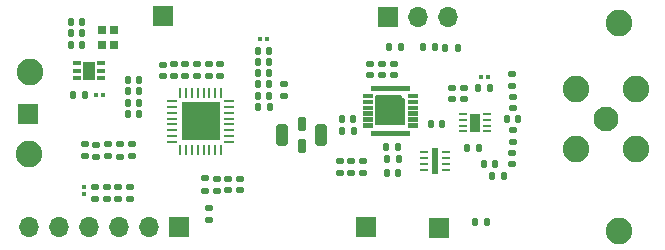
<source format=gbr>
%TF.GenerationSoftware,KiCad,Pcbnew,(7.0.0)*%
%TF.CreationDate,2023-03-06T00:02:43-06:00*%
%TF.ProjectId,RF Signal Source,52462053-6967-46e6-916c-20536f757263,rev?*%
%TF.SameCoordinates,Original*%
%TF.FileFunction,Soldermask,Top*%
%TF.FilePolarity,Negative*%
%FSLAX46Y46*%
G04 Gerber Fmt 4.6, Leading zero omitted, Abs format (unit mm)*
G04 Created by KiCad (PCBNEW (7.0.0)) date 2023-03-06 00:02:43*
%MOMM*%
%LPD*%
G01*
G04 APERTURE LIST*
G04 Aperture macros list*
%AMRoundRect*
0 Rectangle with rounded corners*
0 $1 Rounding radius*
0 $2 $3 $4 $5 $6 $7 $8 $9 X,Y pos of 4 corners*
0 Add a 4 corners polygon primitive as box body*
4,1,4,$2,$3,$4,$5,$6,$7,$8,$9,$2,$3,0*
0 Add four circle primitives for the rounded corners*
1,1,$1+$1,$2,$3*
1,1,$1+$1,$4,$5*
1,1,$1+$1,$6,$7*
1,1,$1+$1,$8,$9*
0 Add four rect primitives between the rounded corners*
20,1,$1+$1,$2,$3,$4,$5,0*
20,1,$1+$1,$4,$5,$6,$7,0*
20,1,$1+$1,$6,$7,$8,$9,0*
20,1,$1+$1,$8,$9,$2,$3,0*%
G04 Aperture macros list end*
%ADD10C,0.010000*%
%ADD11C,0.203200*%
%ADD12C,2.250000*%
%ADD13R,3.300000X3.300000*%
%ADD14RoundRect,0.062500X0.375000X-0.062500X0.375000X0.062500X-0.375000X0.062500X-0.375000X-0.062500X0*%
%ADD15RoundRect,0.062500X0.062500X-0.375000X0.062500X0.375000X-0.062500X0.375000X-0.062500X-0.375000X0*%
%ADD16R,1.700000X1.700000*%
%ADD17O,1.700000X1.700000*%
%ADD18R,0.380000X0.400000*%
%ADD19RoundRect,0.152500X-0.152500X-0.470000X0.152500X-0.470000X0.152500X0.470000X-0.152500X0.470000X0*%
%ADD20C,0.610000*%
%ADD21RoundRect,0.249600X-0.270400X-0.650400X0.270400X-0.650400X0.270400X0.650400X-0.270400X0.650400X0*%
%ADD22RoundRect,0.135000X-0.185000X0.135000X-0.185000X-0.135000X0.185000X-0.135000X0.185000X0.135000X0*%
%ADD23RoundRect,0.012800X-0.332200X-0.147200X0.332200X-0.147200X0.332200X0.147200X-0.332200X0.147200X0*%
%ADD24R,1.000000X1.600000*%
%ADD25RoundRect,0.140000X-0.140000X-0.170000X0.140000X-0.170000X0.140000X0.170000X-0.140000X0.170000X0*%
%ADD26RoundRect,0.140000X0.140000X0.170000X-0.140000X0.170000X-0.140000X-0.170000X0.140000X-0.170000X0*%
%ADD27RoundRect,0.140000X-0.170000X0.140000X-0.170000X-0.140000X0.170000X-0.140000X0.170000X0.140000X0*%
%ADD28RoundRect,0.062500X-0.287500X-0.062500X0.287500X-0.062500X0.287500X0.062500X-0.287500X0.062500X0*%
%ADD29R,0.900000X1.500000*%
%ADD30RoundRect,0.135000X0.185000X-0.135000X0.185000X0.135000X-0.185000X0.135000X-0.185000X-0.135000X0*%
%ADD31RoundRect,0.135000X0.135000X0.185000X-0.135000X0.185000X-0.135000X-0.185000X0.135000X-0.185000X0*%
%ADD32RoundRect,0.140000X0.170000X-0.140000X0.170000X0.140000X-0.170000X0.140000X-0.170000X-0.140000X0*%
%ADD33RoundRect,0.135000X-0.135000X-0.185000X0.135000X-0.185000X0.135000X0.185000X-0.135000X0.185000X0*%
%ADD34R,0.650000X0.750000*%
%ADD35C,2.100000*%
%ADD36R,0.400000X0.380000*%
%ADD37RoundRect,0.147500X-0.172500X0.147500X-0.172500X-0.147500X0.172500X-0.147500X0.172500X0.147500X0*%
%ADD38R,0.610000X2.200000*%
%ADD39R,0.700000X0.250000*%
G04 APERTURE END LIST*
%TO.C,IC1*%
G36*
X178258025Y-86130424D02*
G01*
X177503575Y-86130424D01*
X177503575Y-85832574D01*
X178258025Y-85832574D01*
X178258025Y-86130424D01*
G37*
D10*
X178258025Y-86130424D02*
X177503575Y-86130424D01*
X177503575Y-85832574D01*
X178258025Y-85832574D01*
X178258025Y-86130424D01*
G36*
X178258025Y-87132411D02*
G01*
X177504305Y-87132411D01*
X177504305Y-86832574D01*
X178258025Y-86832574D01*
X178258025Y-87132411D01*
G37*
X178258025Y-87132411D02*
X177504305Y-87132411D01*
X177504305Y-86832574D01*
X178258025Y-86832574D01*
X178258025Y-87132411D01*
G36*
X178258025Y-86631620D02*
G01*
X177504405Y-86631620D01*
X177504405Y-86332574D01*
X178258025Y-86332574D01*
X178258025Y-86631620D01*
G37*
X178258025Y-86631620D02*
X177504405Y-86631620D01*
X177504405Y-86332574D01*
X178258025Y-86332574D01*
X178258025Y-86631620D01*
G36*
X178258025Y-88634544D02*
G01*
X177504825Y-88634544D01*
X177504825Y-88332574D01*
X178258025Y-88332574D01*
X178258025Y-88634544D01*
G37*
X178258025Y-88634544D02*
X177504825Y-88634544D01*
X177504825Y-88332574D01*
X178258025Y-88332574D01*
X178258025Y-88634544D01*
G36*
X178258025Y-87633017D02*
G01*
X177505505Y-87633017D01*
X177505505Y-87332574D01*
X178258025Y-87332574D01*
X178258025Y-87633017D01*
G37*
X178258025Y-87633017D02*
X177505505Y-87633017D01*
X177505505Y-87332574D01*
X178258025Y-87332574D01*
X178258025Y-87633017D01*
G36*
X178258025Y-88133148D02*
G01*
X177506575Y-88133148D01*
X177506575Y-87832574D01*
X178258025Y-87832574D01*
X178258025Y-88133148D01*
G37*
X178258025Y-88133148D02*
X177506575Y-88133148D01*
X177506575Y-87832574D01*
X178258025Y-87832574D01*
X178258025Y-88133148D01*
G36*
X178908025Y-85479954D02*
G01*
X178155595Y-85479954D01*
X178155595Y-85182574D01*
X178908025Y-85182574D01*
X178908025Y-85479954D01*
G37*
X178908025Y-85479954D02*
X178155595Y-85479954D01*
X178155595Y-85182574D01*
X178908025Y-85182574D01*
X178908025Y-85479954D01*
G36*
X178908025Y-89285174D02*
G01*
X178155965Y-89285174D01*
X178155965Y-88982574D01*
X178908025Y-88982574D01*
X178908025Y-89285174D01*
G37*
X178908025Y-89285174D02*
X178155965Y-89285174D01*
X178155965Y-88982574D01*
X178908025Y-88982574D01*
X178908025Y-89285174D01*
G36*
X179408025Y-89285324D02*
G01*
X178656515Y-89285324D01*
X178656515Y-88982574D01*
X179408025Y-88982574D01*
X179408025Y-89285324D01*
G37*
X179408025Y-89285324D02*
X178656515Y-89285324D01*
X178656515Y-88982574D01*
X179408025Y-88982574D01*
X179408025Y-89285324D01*
G36*
X179408025Y-85480264D02*
G01*
X178656545Y-85480264D01*
X178656545Y-85182574D01*
X179408025Y-85182574D01*
X179408025Y-85480264D01*
G37*
X179408025Y-85480264D02*
X178656545Y-85480264D01*
X178656545Y-85182574D01*
X179408025Y-85182574D01*
X179408025Y-85480264D01*
G36*
X179908025Y-89284234D02*
G01*
X179157520Y-89284234D01*
X179157520Y-88982574D01*
X179908025Y-88982574D01*
X179908025Y-89284234D01*
G37*
X179908025Y-89284234D02*
X179157520Y-89284234D01*
X179157520Y-88982574D01*
X179908025Y-88982574D01*
X179908025Y-89284234D01*
G36*
X179908025Y-85481494D02*
G01*
X179157641Y-85481494D01*
X179157641Y-85182574D01*
X179908025Y-85182574D01*
X179908025Y-85481494D01*
G37*
X179908025Y-85481494D02*
X179157641Y-85481494D01*
X179157641Y-85182574D01*
X179908025Y-85182574D01*
X179908025Y-85481494D01*
G36*
X180408025Y-89283434D02*
G01*
X179657973Y-89283434D01*
X179657973Y-88982574D01*
X180408025Y-88982574D01*
X180408025Y-89283434D01*
G37*
X180408025Y-89283434D02*
X179657973Y-89283434D01*
X179657973Y-88982574D01*
X180408025Y-88982574D01*
X180408025Y-89283434D01*
G36*
X180408025Y-85482204D02*
G01*
X179657999Y-85482204D01*
X179657999Y-85182574D01*
X180408025Y-85182574D01*
X180408025Y-85482204D01*
G37*
X180408025Y-85482204D02*
X179657999Y-85482204D01*
X179657999Y-85182574D01*
X180408025Y-85182574D01*
X180408025Y-85482204D01*
G36*
X180908025Y-85482384D02*
G01*
X180158066Y-85482384D01*
X180158066Y-85182574D01*
X180908025Y-85182574D01*
X180908025Y-85482384D01*
G37*
X180908025Y-85482384D02*
X180158066Y-85482384D01*
X180158066Y-85182574D01*
X180908025Y-85182574D01*
X180908025Y-85482384D01*
G36*
X180908025Y-89284484D02*
G01*
X180158374Y-89284484D01*
X180158374Y-88982574D01*
X180908025Y-88982574D01*
X180908025Y-89284484D01*
G37*
X180908025Y-89284484D02*
X180158374Y-89284484D01*
X180158374Y-88982574D01*
X180908025Y-88982574D01*
X180908025Y-89284484D01*
G36*
X181408025Y-85482274D02*
G01*
X180658174Y-85482274D01*
X180658174Y-85182574D01*
X181408025Y-85182574D01*
X181408025Y-85482274D01*
G37*
X181408025Y-85482274D02*
X180658174Y-85482274D01*
X180658174Y-85182574D01*
X181408025Y-85182574D01*
X181408025Y-85482274D01*
G36*
X181408025Y-89285804D02*
G01*
X180659405Y-89285804D01*
X180659405Y-88982574D01*
X181408025Y-88982574D01*
X181408025Y-89285804D01*
G37*
X181408025Y-89285804D02*
X180659405Y-89285804D01*
X180659405Y-88982574D01*
X181408025Y-88982574D01*
X181408025Y-89285804D01*
G36*
X182058025Y-87632749D02*
G01*
X181308695Y-87632749D01*
X181308695Y-87332574D01*
X182058025Y-87332574D01*
X182058025Y-87632749D01*
G37*
X182058025Y-87632749D02*
X181308695Y-87632749D01*
X181308695Y-87332574D01*
X182058025Y-87332574D01*
X182058025Y-87632749D01*
G36*
X182058025Y-86131734D02*
G01*
X181309185Y-86131734D01*
X181309185Y-85832574D01*
X182058025Y-85832574D01*
X182058025Y-86131734D01*
G37*
X182058025Y-86131734D02*
X181309185Y-86131734D01*
X181309185Y-85832574D01*
X182058025Y-85832574D01*
X182058025Y-86131734D01*
G36*
X182058025Y-88633984D02*
G01*
X181309565Y-88633984D01*
X181309565Y-88332574D01*
X182058025Y-88332574D01*
X182058025Y-88633984D01*
G37*
X182058025Y-88633984D02*
X181309565Y-88633984D01*
X181309565Y-88332574D01*
X182058025Y-88332574D01*
X182058025Y-88633984D01*
G36*
X182058025Y-86631837D02*
G01*
X181309895Y-86631837D01*
X181309895Y-86332574D01*
X182058025Y-86332574D01*
X182058025Y-86631837D01*
G37*
X182058025Y-86631837D02*
X181309895Y-86631837D01*
X181309895Y-86332574D01*
X182058025Y-86332574D01*
X182058025Y-86631837D01*
G36*
X182058025Y-87132444D02*
G01*
X181310005Y-87132444D01*
X181310005Y-86832574D01*
X182058025Y-86832574D01*
X182058025Y-87132444D01*
G37*
X182058025Y-87132444D02*
X181310005Y-87132444D01*
X181310005Y-86832574D01*
X182058025Y-86832574D01*
X182058025Y-87132444D01*
G36*
X182058025Y-88134359D02*
G01*
X181311045Y-88134359D01*
X181311045Y-87832574D01*
X182058025Y-87832574D01*
X182058025Y-88134359D01*
G37*
X182058025Y-88134359D02*
X181311045Y-88134359D01*
X181311045Y-87832574D01*
X182058025Y-87832574D01*
X182058025Y-88134359D01*
G36*
X180758025Y-86069574D02*
G01*
X180758025Y-86081574D01*
X180759025Y-86092574D01*
X180760025Y-86103574D01*
X180762025Y-86114574D01*
X180765025Y-86125574D01*
X180768025Y-86135574D01*
X180772025Y-86146574D01*
X180776025Y-86156574D01*
X180781025Y-86166574D01*
X180786025Y-86176574D01*
X180792025Y-86185574D01*
X180798025Y-86195574D01*
X180805025Y-86203574D01*
X180812025Y-86212574D01*
X180820025Y-86220574D01*
X180828025Y-86228574D01*
X180837025Y-86235574D01*
X180845025Y-86242574D01*
X180855025Y-86248574D01*
X180864025Y-86254574D01*
X180874025Y-86259574D01*
X180884025Y-86264574D01*
X180894025Y-86268574D01*
X180905025Y-86272574D01*
X180915025Y-86275574D01*
X180926025Y-86278574D01*
X180937025Y-86280574D01*
X180948025Y-86281574D01*
X180958025Y-86282574D01*
X180958025Y-88407574D01*
X178608025Y-88407574D01*
X178608025Y-86057574D01*
X180758025Y-86057574D01*
X180758025Y-86069574D01*
G37*
D11*
X180758025Y-86069574D02*
X180758025Y-86081574D01*
X180759025Y-86092574D01*
X180760025Y-86103574D01*
X180762025Y-86114574D01*
X180765025Y-86125574D01*
X180768025Y-86135574D01*
X180772025Y-86146574D01*
X180776025Y-86156574D01*
X180781025Y-86166574D01*
X180786025Y-86176574D01*
X180792025Y-86185574D01*
X180798025Y-86195574D01*
X180805025Y-86203574D01*
X180812025Y-86212574D01*
X180820025Y-86220574D01*
X180828025Y-86228574D01*
X180837025Y-86235574D01*
X180845025Y-86242574D01*
X180855025Y-86248574D01*
X180864025Y-86254574D01*
X180874025Y-86259574D01*
X180884025Y-86264574D01*
X180894025Y-86268574D01*
X180905025Y-86272574D01*
X180915025Y-86275574D01*
X180926025Y-86278574D01*
X180937025Y-86280574D01*
X180948025Y-86281574D01*
X180958025Y-86282574D01*
X180958025Y-88407574D01*
X178608025Y-88407574D01*
X178608025Y-86057574D01*
X180758025Y-86057574D01*
X180758025Y-86069574D01*
%TD*%
D12*
%TO.C,*%
X149288016Y-83966640D03*
%TD*%
%TO.C,*%
X149252267Y-90901942D03*
%TD*%
%TO.C,*%
X199209993Y-97431249D03*
%TD*%
%TO.C,*%
X199209993Y-79842751D03*
%TD*%
D13*
%TO.C,U2*%
X163770366Y-88177499D03*
D14*
X161332867Y-89927500D03*
X161332867Y-89427500D03*
X161332867Y-88927500D03*
X161332867Y-88427500D03*
X161332867Y-87927500D03*
X161332867Y-87427500D03*
X161332867Y-86927500D03*
X161332867Y-86427500D03*
D15*
X162020367Y-85740000D03*
X162520367Y-85740000D03*
X163020367Y-85740000D03*
X163520367Y-85740000D03*
X164020367Y-85740000D03*
X164520367Y-85740000D03*
X165020367Y-85740000D03*
X165520367Y-85740000D03*
D14*
X166207867Y-86427500D03*
X166207867Y-86927500D03*
X166207867Y-87427500D03*
X166207867Y-87927500D03*
X166207867Y-88427500D03*
X166207867Y-88927500D03*
X166207867Y-89427500D03*
X166207867Y-89927500D03*
D15*
X165520367Y-90615000D03*
X165020367Y-90615000D03*
X164520367Y-90615000D03*
X164020367Y-90615000D03*
X163520367Y-90615000D03*
X163020367Y-90615000D03*
X162520367Y-90615000D03*
X162020367Y-90615000D03*
%TD*%
D16*
%TO.C,J3*%
X160568785Y-79249124D03*
%TD*%
%TO.C,J8*%
X177808718Y-97150920D03*
%TD*%
%TO.C,J7*%
X183920627Y-97160140D03*
%TD*%
%TO.C,J4*%
X149154436Y-87556971D03*
%TD*%
%TO.C,J6*%
X179651367Y-79307067D03*
D17*
X182191367Y-79307067D03*
X184731367Y-79307067D03*
%TD*%
%TO.C,J5*%
X149266769Y-97128697D03*
X151806769Y-97128697D03*
X154346769Y-97128697D03*
X156886769Y-97128697D03*
X159426769Y-97128697D03*
D16*
X161966769Y-97128697D03*
%TD*%
D18*
%TO.C,FB4*%
X188091043Y-84373067D03*
X187529043Y-84373067D03*
%TD*%
D19*
%TO.C,FL1*%
X172315169Y-88397199D03*
D20*
X172315169Y-88219699D03*
D21*
X173940169Y-89324699D03*
D20*
X172315169Y-90429699D03*
D19*
X172315169Y-90252199D03*
D21*
X170690169Y-89324699D03*
%TD*%
D22*
%TO.C,R8*%
X165124941Y-93008636D03*
X165124941Y-94028636D03*
%TD*%
D23*
%TO.C,U5*%
X153310209Y-83220311D03*
X153310209Y-83870311D03*
X153310209Y-84520311D03*
X155350209Y-84520311D03*
X155350209Y-83870311D03*
X155350209Y-83220311D03*
D24*
X154330208Y-83870310D03*
%TD*%
D18*
%TO.C,FB5*%
X155465338Y-85928261D03*
X154903338Y-85928261D03*
%TD*%
D25*
%TO.C,C41*%
X152778387Y-81726012D03*
X153738387Y-81726012D03*
%TD*%
D26*
%TO.C,C20*%
X153942205Y-85957044D03*
X152982205Y-85957044D03*
%TD*%
D27*
%TO.C,C8*%
X160566751Y-83356556D03*
X160566751Y-84316556D03*
%TD*%
D28*
%TO.C,U4*%
X185992619Y-87522074D03*
X185992619Y-88022074D03*
X185992619Y-88522074D03*
X185992619Y-89022074D03*
X187992619Y-89022074D03*
X187992619Y-88522074D03*
X187992619Y-88022074D03*
X187992619Y-87522074D03*
D29*
X186992618Y-88272073D03*
%TD*%
D30*
%TO.C,R23*%
X177477321Y-92550030D03*
X177477321Y-91530030D03*
%TD*%
D31*
%TO.C,R12*%
X176732609Y-88987254D03*
X175712609Y-88987254D03*
%TD*%
D22*
%TO.C,R1*%
X190180441Y-88910233D03*
X190180441Y-89930233D03*
%TD*%
D31*
%TO.C,R7*%
X179523768Y-91364479D03*
X180543768Y-91364479D03*
%TD*%
D30*
%TO.C,R10*%
X157945994Y-90114774D03*
X157945994Y-91134774D03*
%TD*%
D32*
%TO.C,C4*%
X175553835Y-92501026D03*
X175553835Y-91541026D03*
%TD*%
D31*
%TO.C,R19*%
X184503700Y-81931830D03*
X185523700Y-81931830D03*
%TD*%
D32*
%TO.C,C10*%
X166114916Y-94002309D03*
X166114916Y-93042309D03*
%TD*%
D25*
%TO.C,C15*%
X157609515Y-84668103D03*
X158569515Y-84668103D03*
%TD*%
%TO.C,C22*%
X168627317Y-84089390D03*
X169587317Y-84089390D03*
%TD*%
D26*
%TO.C,C40*%
X169599130Y-85989499D03*
X168639130Y-85989499D03*
%TD*%
D27*
%TO.C,C34*%
X190173238Y-90824995D03*
X190173238Y-91784995D03*
%TD*%
%TO.C,C27*%
X157815815Y-94716393D03*
X157815815Y-93756393D03*
%TD*%
D25*
%TO.C,C21*%
X168627317Y-85024893D03*
X169587317Y-85024893D03*
%TD*%
D26*
%TO.C,C2*%
X188685349Y-91802440D03*
X187725349Y-91802440D03*
%TD*%
D33*
%TO.C,R22*%
X188026030Y-96679428D03*
X187006030Y-96679428D03*
%TD*%
D34*
%TO.C,Y1*%
X155412332Y-80399495D03*
X155412332Y-81699495D03*
X156412332Y-81699495D03*
X156412332Y-80399495D03*
%TD*%
D22*
%TO.C,R3*%
X162479190Y-84361329D03*
X162479190Y-83341329D03*
%TD*%
D18*
%TO.C,FB2*%
X169385280Y-81199814D03*
X168823280Y-81199814D03*
%TD*%
D32*
%TO.C,C32*%
X179098184Y-83299225D03*
X179098184Y-84259225D03*
%TD*%
D26*
%TO.C,C6*%
X153723763Y-79718489D03*
X152763763Y-79718489D03*
%TD*%
D35*
%TO.C,J1*%
X198120000Y-87973684D03*
D12*
X195570000Y-90523684D03*
X200670000Y-90523684D03*
X200670000Y-85423684D03*
X195570000Y-85423684D03*
%TD*%
D33*
%TO.C,R15*%
X168624489Y-86983298D03*
X169644489Y-86983298D03*
%TD*%
D26*
%TO.C,C37*%
X190629787Y-88004704D03*
X189669787Y-88004704D03*
%TD*%
D32*
%TO.C,C35*%
X185096396Y-86317960D03*
X185096396Y-85357960D03*
%TD*%
D25*
%TO.C,C39*%
X152790322Y-80696979D03*
X153750322Y-80696979D03*
%TD*%
D30*
%TO.C,R14*%
X170843317Y-86009823D03*
X170843317Y-84989823D03*
%TD*%
D32*
%TO.C,C29*%
X180118321Y-83309931D03*
X180118321Y-84269931D03*
%TD*%
D27*
%TO.C,C9*%
X161538960Y-83350160D03*
X161538960Y-84310160D03*
%TD*%
D30*
%TO.C,R11*%
X156928744Y-91144651D03*
X156928744Y-90124651D03*
%TD*%
D33*
%TO.C,R2*%
X187270097Y-85354095D03*
X188290097Y-85354095D03*
%TD*%
D36*
%TO.C,FB3*%
X153869075Y-93725505D03*
X153869075Y-94287505D03*
%TD*%
D32*
%TO.C,C5*%
X176513667Y-92500769D03*
X176513667Y-91540769D03*
%TD*%
D22*
%TO.C,R4*%
X164454753Y-96500247D03*
X164454753Y-95480247D03*
%TD*%
D27*
%TO.C,C11*%
X167068896Y-93047130D03*
X167068896Y-94007130D03*
%TD*%
D30*
%TO.C,R16*%
X153946127Y-91134774D03*
X153946127Y-90114774D03*
%TD*%
D27*
%TO.C,C24*%
X156797835Y-94723955D03*
X156797835Y-93763955D03*
%TD*%
D33*
%TO.C,R20*%
X183633780Y-81902201D03*
X182613780Y-81902201D03*
%TD*%
D22*
%TO.C,R17*%
X154943624Y-91157276D03*
X154943624Y-90137276D03*
%TD*%
D31*
%TO.C,R13*%
X189470833Y-92834509D03*
X188450833Y-92834509D03*
%TD*%
D26*
%TO.C,C18*%
X158576493Y-85621124D03*
X157616493Y-85621124D03*
%TD*%
D31*
%TO.C,R21*%
X179726299Y-81894138D03*
X180746299Y-81894138D03*
%TD*%
D32*
%TO.C,C36*%
X190176531Y-85142759D03*
X190176531Y-84182759D03*
%TD*%
D27*
%TO.C,C28*%
X154804079Y-94710134D03*
X154804079Y-93750134D03*
%TD*%
D25*
%TO.C,C26*%
X168618605Y-82176939D03*
X169578605Y-82176939D03*
%TD*%
D26*
%TO.C,C16*%
X158574048Y-86593329D03*
X157614048Y-86593329D03*
%TD*%
D22*
%TO.C,R5*%
X164123069Y-93003315D03*
X164123069Y-94023315D03*
%TD*%
D31*
%TO.C,R6*%
X180513442Y-90351800D03*
X179493442Y-90351800D03*
%TD*%
D25*
%TO.C,C1*%
X186345151Y-90446643D03*
X187305151Y-90446643D03*
%TD*%
D37*
%TO.C,L1*%
X190189440Y-86080442D03*
X190189440Y-87050442D03*
%TD*%
D25*
%TO.C,C30*%
X175729223Y-88006085D03*
X176689223Y-88006085D03*
%TD*%
D38*
%TO.C,U1*%
X183636789Y-91518718D03*
D39*
X182711789Y-92268718D03*
X182711789Y-91768718D03*
X182711789Y-91268718D03*
X182711789Y-90768718D03*
X184561789Y-90768718D03*
X184561789Y-91268718D03*
X184561789Y-91768718D03*
X184561789Y-92268718D03*
%TD*%
D30*
%TO.C,R18*%
X155923182Y-90121358D03*
X155923182Y-91141358D03*
%TD*%
%TO.C,R9*%
X163481281Y-83347824D03*
X163481281Y-84367824D03*
%TD*%
D27*
%TO.C,C31*%
X186092721Y-85355965D03*
X186092721Y-86315965D03*
%TD*%
%TO.C,C23*%
X155808453Y-94714687D03*
X155808453Y-93754687D03*
%TD*%
D32*
%TO.C,C12*%
X164467784Y-84313743D03*
X164467784Y-83353743D03*
%TD*%
D26*
%TO.C,C17*%
X157624926Y-87561466D03*
X158584926Y-87561466D03*
%TD*%
D27*
%TO.C,C33*%
X178144168Y-84260486D03*
X178144168Y-83300486D03*
%TD*%
D25*
%TO.C,C3*%
X179509467Y-92549045D03*
X180469467Y-92549045D03*
%TD*%
D27*
%TO.C,C7*%
X165436723Y-83347905D03*
X165436723Y-84307905D03*
%TD*%
D25*
%TO.C,C25*%
X168624619Y-83143008D03*
X169584619Y-83143008D03*
%TD*%
%TO.C,C38*%
X183241530Y-88419001D03*
X184201530Y-88419001D03*
%TD*%
M02*

</source>
